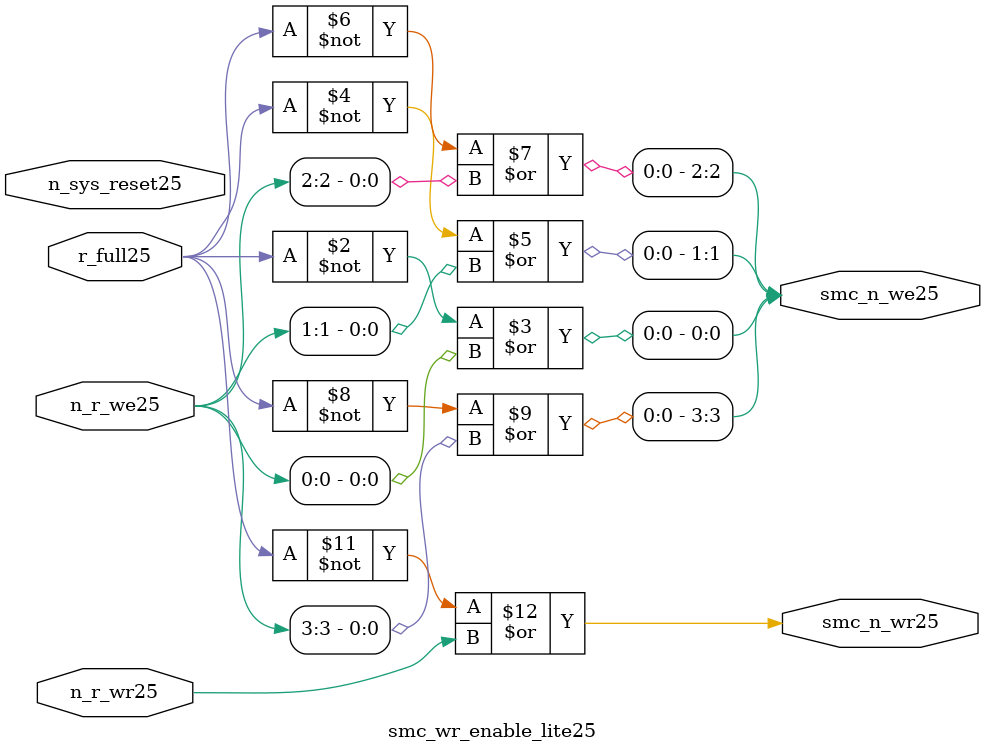
<source format=v>


  module smc_wr_enable_lite25 (

                      //inputs25                      

                      n_sys_reset25,
                      r_full25,
                      n_r_we25,
                      n_r_wr25,

                      //outputs25

                      smc_n_we25,
                      smc_n_wr25);

//I25/O25
   
   input             n_sys_reset25;   //system reset
   input             r_full25;    // Full cycle write strobe25
   input [3:0]       n_r_we25;    //write enable from smc_strobe25
   input             n_r_wr25;    //write strobe25 from smc_strobe25
   output [3:0]      smc_n_we25;  // write enable (active low25)
   output            smc_n_wr25;  // write strobe25 (active low25)
   
   
//output reg declaration25.
   
   reg [3:0]          smc_n_we25;
   reg                smc_n_wr25;

//----------------------------------------------------------------------
// negedge strobes25 with clock25.
//----------------------------------------------------------------------
      

//----------------------------------------------------------------------
      
//--------------------------------------------------------------------
// Gate25 Write strobes25 with clock25.
//--------------------------------------------------------------------

  always @(r_full25 or n_r_we25)
  
  begin
  
     smc_n_we25[0] = ((~r_full25  ) | n_r_we25[0] );

     smc_n_we25[1] = ((~r_full25  ) | n_r_we25[1] );

     smc_n_we25[2] = ((~r_full25  ) | n_r_we25[2] );

     smc_n_we25[3] = ((~r_full25  ) | n_r_we25[3] );

  
  end

//--------------------------------------------------------------------   
//write strobe25 generation25
//--------------------------------------------------------------------   

  always @(n_r_wr25 or r_full25 )
  
     begin
  
        smc_n_wr25 = ((~r_full25 ) | n_r_wr25 );
       
     end

endmodule // smc_wr_enable25


</source>
